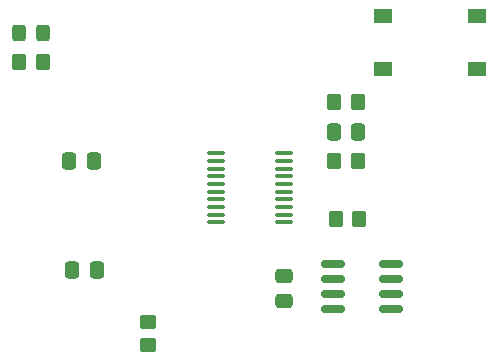
<source format=gtp>
G04 #@! TF.GenerationSoftware,KiCad,Pcbnew,6.0.2-378541a8eb~116~ubuntu18.04.1*
G04 #@! TF.CreationDate,2022-02-22T15:18:20+08:00*
G04 #@! TF.ProjectId,arduino_can_bus_shield,61726475-696e-46f5-9f63-616e5f627573,rev?*
G04 #@! TF.SameCoordinates,Original*
G04 #@! TF.FileFunction,Paste,Top*
G04 #@! TF.FilePolarity,Positive*
%FSLAX46Y46*%
G04 Gerber Fmt 4.6, Leading zero omitted, Abs format (unit mm)*
G04 Created by KiCad (PCBNEW 6.0.2-378541a8eb~116~ubuntu18.04.1) date 2022-02-22 15:18:20*
%MOMM*%
%LPD*%
G01*
G04 APERTURE LIST*
G04 Aperture macros list*
%AMRoundRect*
0 Rectangle with rounded corners*
0 $1 Rounding radius*
0 $2 $3 $4 $5 $6 $7 $8 $9 X,Y pos of 4 corners*
0 Add a 4 corners polygon primitive as box body*
4,1,4,$2,$3,$4,$5,$6,$7,$8,$9,$2,$3,0*
0 Add four circle primitives for the rounded corners*
1,1,$1+$1,$2,$3*
1,1,$1+$1,$4,$5*
1,1,$1+$1,$6,$7*
1,1,$1+$1,$8,$9*
0 Add four rect primitives between the rounded corners*
20,1,$1+$1,$2,$3,$4,$5,0*
20,1,$1+$1,$4,$5,$6,$7,0*
20,1,$1+$1,$6,$7,$8,$9,0*
20,1,$1+$1,$8,$9,$2,$3,0*%
G04 Aperture macros list end*
%ADD10RoundRect,0.250000X-0.350000X-0.450000X0.350000X-0.450000X0.350000X0.450000X-0.350000X0.450000X0*%
%ADD11RoundRect,0.250000X0.475000X-0.337500X0.475000X0.337500X-0.475000X0.337500X-0.475000X-0.337500X0*%
%ADD12RoundRect,0.250000X0.350000X0.450000X-0.350000X0.450000X-0.350000X-0.450000X0.350000X-0.450000X0*%
%ADD13RoundRect,0.250000X0.337500X0.475000X-0.337500X0.475000X-0.337500X-0.475000X0.337500X-0.475000X0*%
%ADD14RoundRect,0.250000X-0.337500X-0.475000X0.337500X-0.475000X0.337500X0.475000X-0.337500X0.475000X0*%
%ADD15RoundRect,0.250000X0.325000X0.450000X-0.325000X0.450000X-0.325000X-0.450000X0.325000X-0.450000X0*%
%ADD16RoundRect,0.100000X-0.637500X-0.100000X0.637500X-0.100000X0.637500X0.100000X-0.637500X0.100000X0*%
%ADD17RoundRect,0.250000X-0.450000X0.350000X-0.450000X-0.350000X0.450000X-0.350000X0.450000X0.350000X0*%
%ADD18R,1.550000X1.300000*%
%ADD19RoundRect,0.150000X-0.825000X-0.150000X0.825000X-0.150000X0.825000X0.150000X-0.825000X0.150000X0*%
G04 APERTURE END LIST*
D10*
X119142000Y-83693000D03*
X121142000Y-83693000D03*
D11*
X141605000Y-103907500D03*
X141605000Y-101832500D03*
D12*
X147812000Y-92075000D03*
X145812000Y-92075000D03*
D13*
X125476000Y-92075000D03*
X123401000Y-92075000D03*
D14*
X145774500Y-89662000D03*
X147849500Y-89662000D03*
D15*
X121167000Y-81280000D03*
X119117000Y-81280000D03*
D16*
X135821500Y-91436000D03*
X135821500Y-92086000D03*
X135821500Y-92736000D03*
X135821500Y-93386000D03*
X135821500Y-94036000D03*
X135821500Y-94686000D03*
X135821500Y-95336000D03*
X135821500Y-95986000D03*
X135821500Y-96636000D03*
X135821500Y-97286000D03*
X141546500Y-97286000D03*
X141546500Y-96636000D03*
X141546500Y-95986000D03*
X141546500Y-95336000D03*
X141546500Y-94686000D03*
X141546500Y-94036000D03*
X141546500Y-93386000D03*
X141546500Y-92736000D03*
X141546500Y-92086000D03*
X141546500Y-91436000D03*
D17*
X130092000Y-105696000D03*
X130092000Y-107696000D03*
D18*
X157899000Y-84292000D03*
X149949000Y-84292000D03*
X149949000Y-79792000D03*
X157899000Y-79792000D03*
D19*
X145734000Y-100838000D03*
X145734000Y-102108000D03*
X145734000Y-103378000D03*
X145734000Y-104648000D03*
X150684000Y-104648000D03*
X150684000Y-103378000D03*
X150684000Y-102108000D03*
X150684000Y-100838000D03*
D13*
X125730000Y-101346000D03*
X123655000Y-101346000D03*
D10*
X145955000Y-97028000D03*
X147955000Y-97028000D03*
X145812000Y-87122000D03*
X147812000Y-87122000D03*
M02*

</source>
